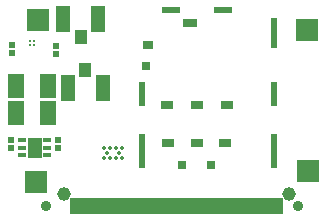
<source format=gbr>
G04 #@! TF.GenerationSoftware,KiCad,Pcbnew,(5.1.6)-1*
G04 #@! TF.CreationDate,2021-09-25T22:06:40+02:00*
G04 #@! TF.ProjectId,nrfmodule,6e72666d-6f64-4756-9c65-2e6b69636164,rev?*
G04 #@! TF.SameCoordinates,Original*
G04 #@! TF.FileFunction,Soldermask,Top*
G04 #@! TF.FilePolarity,Negative*
%FSLAX46Y46*%
G04 Gerber Fmt 4.6, Leading zero omitted, Abs format (unit mm)*
G04 Created by KiCad (PCBNEW (5.1.6)-1) date 2021-09-25 22:06:40*
%MOMM*%
%LPD*%
G01*
G04 APERTURE LIST*
%ADD10C,0.010000*%
%ADD11R,1.100000X1.150000*%
%ADD12R,1.150000X2.300000*%
%ADD13R,0.540000X0.570000*%
%ADD14R,1.320000X2.020000*%
%ADD15R,1.200000X1.800000*%
%ADD16R,0.700000X0.450000*%
%ADD17R,1.825000X1.825000*%
%ADD18C,0.280000*%
%ADD19R,0.700000X0.700000*%
%ADD20R,0.550000X3.000000*%
%ADD21R,0.550000X2.000000*%
%ADD22R,0.550000X2.500000*%
%ADD23R,1.500000X0.600000*%
%ADD24R,0.850000X0.800000*%
%ADD25R,1.300000X0.750000*%
%ADD26R,0.800000X0.800000*%
%ADD27R,1.000000X0.800000*%
%ADD28C,0.350000*%
%ADD29C,1.167000*%
%ADD30C,0.913000*%
G04 APERTURE END LIST*
D10*
G04 #@! TO.C,Edge_Connect1*
G36*
X146377000Y-110000000D02*
G01*
X144903000Y-110000000D01*
X144903000Y-108780000D01*
X146377000Y-108780000D01*
X146377000Y-110000000D01*
G37*
X146377000Y-110000000D02*
X144903000Y-110000000D01*
X144903000Y-108780000D01*
X146377000Y-108780000D01*
X146377000Y-110000000D01*
G36*
X147647000Y-110000000D02*
G01*
X146173000Y-110000000D01*
X146173000Y-108780000D01*
X147647000Y-108780000D01*
X147647000Y-110000000D01*
G37*
X147647000Y-110000000D02*
X146173000Y-110000000D01*
X146173000Y-108780000D01*
X147647000Y-108780000D01*
X147647000Y-110000000D01*
G36*
X148917000Y-110000000D02*
G01*
X147443000Y-110000000D01*
X147443000Y-108780000D01*
X148917000Y-108780000D01*
X148917000Y-110000000D01*
G37*
X148917000Y-110000000D02*
X147443000Y-110000000D01*
X147443000Y-108780000D01*
X148917000Y-108780000D01*
X148917000Y-110000000D01*
G36*
X150187000Y-110000000D02*
G01*
X148713000Y-110000000D01*
X148713000Y-108780000D01*
X150187000Y-108780000D01*
X150187000Y-110000000D01*
G37*
X150187000Y-110000000D02*
X148713000Y-110000000D01*
X148713000Y-108780000D01*
X150187000Y-108780000D01*
X150187000Y-110000000D01*
G36*
X151457000Y-110000000D02*
G01*
X149983000Y-110000000D01*
X149983000Y-108780000D01*
X151457000Y-108780000D01*
X151457000Y-110000000D01*
G37*
X151457000Y-110000000D02*
X149983000Y-110000000D01*
X149983000Y-108780000D01*
X151457000Y-108780000D01*
X151457000Y-110000000D01*
G36*
X152727000Y-110000000D02*
G01*
X151253000Y-110000000D01*
X151253000Y-108780000D01*
X152727000Y-108780000D01*
X152727000Y-110000000D01*
G37*
X152727000Y-110000000D02*
X151253000Y-110000000D01*
X151253000Y-108780000D01*
X152727000Y-108780000D01*
X152727000Y-110000000D01*
G36*
X153997000Y-110000000D02*
G01*
X152523000Y-110000000D01*
X152523000Y-108780000D01*
X153997000Y-108780000D01*
X153997000Y-110000000D01*
G37*
X153997000Y-110000000D02*
X152523000Y-110000000D01*
X152523000Y-108780000D01*
X153997000Y-108780000D01*
X153997000Y-110000000D01*
G36*
X155267000Y-110000000D02*
G01*
X153793000Y-110000000D01*
X153793000Y-108780000D01*
X155267000Y-108780000D01*
X155267000Y-110000000D01*
G37*
X155267000Y-110000000D02*
X153793000Y-110000000D01*
X153793000Y-108780000D01*
X155267000Y-108780000D01*
X155267000Y-110000000D01*
G36*
X156537000Y-110000000D02*
G01*
X155063000Y-110000000D01*
X155063000Y-108780000D01*
X156537000Y-108780000D01*
X156537000Y-110000000D01*
G37*
X156537000Y-110000000D02*
X155063000Y-110000000D01*
X155063000Y-108780000D01*
X156537000Y-108780000D01*
X156537000Y-110000000D01*
G36*
X157807000Y-110000000D02*
G01*
X156333000Y-110000000D01*
X156333000Y-108780000D01*
X157807000Y-108780000D01*
X157807000Y-110000000D01*
G37*
X157807000Y-110000000D02*
X156333000Y-110000000D01*
X156333000Y-108780000D01*
X157807000Y-108780000D01*
X157807000Y-110000000D01*
G36*
X159077000Y-110000000D02*
G01*
X157603000Y-110000000D01*
X157603000Y-108780000D01*
X159077000Y-108780000D01*
X159077000Y-110000000D01*
G37*
X159077000Y-110000000D02*
X157603000Y-110000000D01*
X157603000Y-108780000D01*
X159077000Y-108780000D01*
X159077000Y-110000000D01*
G36*
X160347000Y-110000000D02*
G01*
X158873000Y-110000000D01*
X158873000Y-108780000D01*
X160347000Y-108780000D01*
X160347000Y-110000000D01*
G37*
X160347000Y-110000000D02*
X158873000Y-110000000D01*
X158873000Y-108780000D01*
X160347000Y-108780000D01*
X160347000Y-110000000D01*
G36*
X161617000Y-110000000D02*
G01*
X160143000Y-110000000D01*
X160143000Y-108780000D01*
X161617000Y-108780000D01*
X161617000Y-110000000D01*
G37*
X161617000Y-110000000D02*
X160143000Y-110000000D01*
X160143000Y-108780000D01*
X161617000Y-108780000D01*
X161617000Y-110000000D01*
G36*
X162887000Y-110000000D02*
G01*
X161413000Y-110000000D01*
X161413000Y-108780000D01*
X162887000Y-108780000D01*
X162887000Y-110000000D01*
G37*
X162887000Y-110000000D02*
X161413000Y-110000000D01*
X161413000Y-108780000D01*
X162887000Y-108780000D01*
X162887000Y-110000000D01*
G04 #@! TD*
D11*
G04 #@! TO.C,U.FL2*
X146225000Y-97875000D03*
D12*
X144750000Y-99400000D03*
X147700000Y-99400000D03*
G04 #@! TD*
D13*
G04 #@! TO.C,1uF1*
X140030000Y-95825000D03*
X140030000Y-96495000D03*
G04 #@! TD*
G04 #@! TO.C,1uF2*
X143740000Y-95855000D03*
X143740000Y-96525000D03*
G04 #@! TD*
G04 #@! TO.C,1uF3*
X139920000Y-104495000D03*
X139920000Y-103825000D03*
G04 #@! TD*
G04 #@! TO.C,1uF4*
X143920000Y-104520000D03*
X143920000Y-103850000D03*
G04 #@! TD*
D14*
G04 #@! TO.C,220uF1*
X140340000Y-101550000D03*
X143040000Y-101550000D03*
G04 #@! TD*
G04 #@! TO.C,220uF2*
X140320000Y-99240000D03*
X143020000Y-99240000D03*
G04 #@! TD*
D15*
G04 #@! TO.C,5.0V1*
X141920000Y-104500000D03*
D16*
X142970000Y-103850000D03*
X142970000Y-104500000D03*
X142970000Y-105150000D03*
X140870000Y-105150000D03*
X140870000Y-104500000D03*
X140870000Y-103850000D03*
G04 #@! TD*
D17*
G04 #@! TO.C,5V+1*
X142030000Y-107360000D03*
G04 #@! TD*
G04 #@! TO.C,GND1*
X142180000Y-93700000D03*
G04 #@! TD*
D18*
G04 #@! TO.C,IC1*
X141545000Y-95465000D03*
X141895000Y-95465000D03*
X141545000Y-95815000D03*
X141895000Y-95815000D03*
G04 #@! TD*
D19*
G04 #@! TO.C,NANOSIM1*
X154410000Y-105930000D03*
X156850000Y-105930000D03*
D20*
X162185000Y-104780000D03*
D21*
X162185000Y-99930000D03*
D22*
X162185000Y-94780000D03*
D23*
X157830000Y-92830000D03*
X153430000Y-92830000D03*
D24*
X151535000Y-95780000D03*
D21*
X151035000Y-99930000D03*
D20*
X151035000Y-104780000D03*
D25*
X155080000Y-93905000D03*
D26*
X151360000Y-97580000D03*
D27*
X153090000Y-100910000D03*
X155630000Y-100910000D03*
X158170000Y-100910000D03*
X153190000Y-104080000D03*
X155630000Y-104080000D03*
X158070000Y-104080000D03*
G04 #@! TD*
D17*
G04 #@! TO.C,RX1*
X165060000Y-106460000D03*
G04 #@! TD*
D28*
G04 #@! TO.C,SIMESDPROTECT1*
X147790000Y-104525000D03*
X148290000Y-104525000D03*
X148790000Y-104525000D03*
X149290000Y-104525000D03*
X148040000Y-104960000D03*
X149040000Y-104960000D03*
X147790000Y-105395000D03*
X148290000Y-105395000D03*
X148790000Y-105395000D03*
X149290000Y-105395000D03*
G04 #@! TD*
D17*
G04 #@! TO.C,TX1*
X165000000Y-94560000D03*
G04 #@! TD*
D11*
G04 #@! TO.C,U.FL1*
X145815000Y-95125000D03*
D12*
X147290000Y-93600000D03*
X144340000Y-93600000D03*
G04 #@! TD*
D29*
G04 #@! TO.C,Edge_Connect1*
X144370000Y-108399000D03*
D30*
X142871000Y-109390000D03*
X164182000Y-109390000D03*
D29*
X163420000Y-108399000D03*
G04 #@! TD*
M02*

</source>
